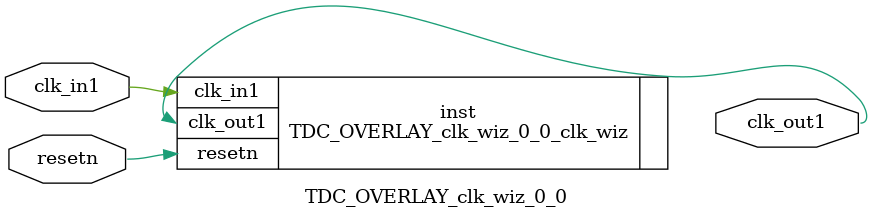
<source format=v>


`timescale 1ps/1ps

(* CORE_GENERATION_INFO = "TDC_OVERLAY_clk_wiz_0_0,clk_wiz_v6_0_3_0_0,{component_name=TDC_OVERLAY_clk_wiz_0_0,use_phase_alignment=true,use_min_o_jitter=false,use_max_i_jitter=false,use_dyn_phase_shift=false,use_inclk_switchover=false,use_dyn_reconfig=false,enable_axi=0,feedback_source=FDBK_AUTO,PRIMITIVE=MMCM,num_out_clk=1,clkin1_period=8.000,clkin2_period=10.000,use_power_down=false,use_reset=true,use_locked=false,use_inclk_stopped=false,feedback_type=SINGLE,CLOCK_MGR_TYPE=NA,manual_override=false}" *)

module TDC_OVERLAY_clk_wiz_0_0 
 (
  // Clock out ports
  output        clk_out1,
  // Status and control signals
  input         resetn,
 // Clock in ports
  input         clk_in1
 );

  TDC_OVERLAY_clk_wiz_0_0_clk_wiz inst
  (
  // Clock out ports  
  .clk_out1(clk_out1),
  // Status and control signals               
  .resetn(resetn), 
 // Clock in ports
  .clk_in1(clk_in1)
  );

endmodule

</source>
